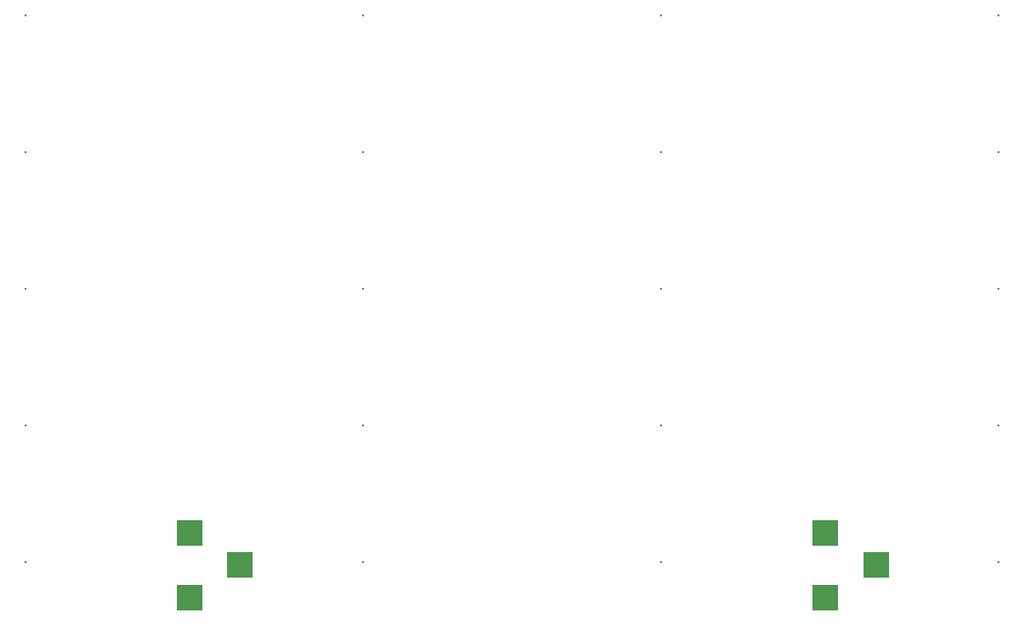
<source format=gbs>
G04 Layer_Color=16711935*
%FSLAX24Y24*%
%MOIN*%
G70*
G01*
G75*
%ADD43R,0.0926X0.0926*%
%ADD44R,0.0060X0.0060*%
D43*
X11000Y8612D02*
D03*
Y6250D02*
D03*
X12851Y7431D02*
D03*
X34250Y8612D02*
D03*
Y6250D02*
D03*
X36101Y7431D02*
D03*
D44*
X17347Y17550D02*
D03*
Y22550D02*
D03*
X5004Y7550D02*
D03*
Y12550D02*
D03*
Y17550D02*
D03*
Y22550D02*
D03*
Y27550D02*
D03*
X17347D02*
D03*
Y12550D02*
D03*
Y7550D02*
D03*
X40597Y17550D02*
D03*
Y22550D02*
D03*
X28254Y7550D02*
D03*
Y12550D02*
D03*
Y17550D02*
D03*
Y22550D02*
D03*
Y27550D02*
D03*
X40597D02*
D03*
Y12550D02*
D03*
Y7550D02*
D03*
M02*

</source>
